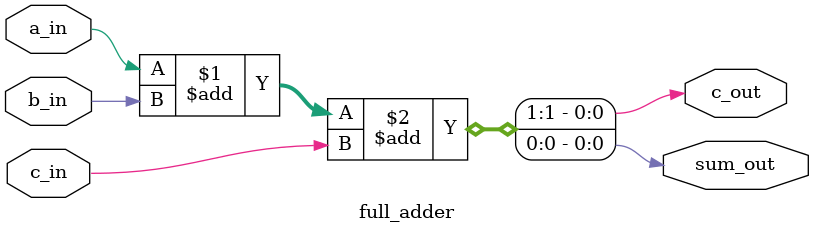
<source format=v>
module full_adder(
	input wire a_in,
	input wire b_in,
	input wire c_in,
	output wire sum_out,
	output wire c_out
);

assign {c_out,sum_out} = a_in + b_in + c_in;

endmodule

</source>
